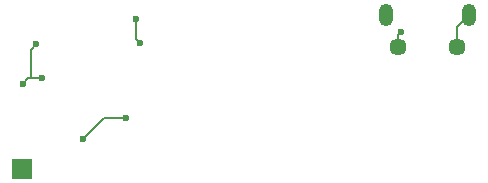
<source format=gbr>
%TF.GenerationSoftware,KiCad,Pcbnew,8.0.6*%
%TF.CreationDate,2025-05-11T15:10:04-04:00*%
%TF.ProjectId,logicprobetool,6c6f6769-6370-4726-9f62-65746f6f6c2e,rev?*%
%TF.SameCoordinates,Original*%
%TF.FileFunction,Copper,L2,Bot*%
%TF.FilePolarity,Positive*%
%FSLAX46Y46*%
G04 Gerber Fmt 4.6, Leading zero omitted, Abs format (unit mm)*
G04 Created by KiCad (PCBNEW 8.0.6) date 2025-05-11 15:10:04*
%MOMM*%
%LPD*%
G01*
G04 APERTURE LIST*
%TA.AperFunction,ComponentPad*%
%ADD10O,1.200000X1.900000*%
%TD*%
%TA.AperFunction,ComponentPad*%
%ADD11C,1.450000*%
%TD*%
%TA.AperFunction,ComponentPad*%
%ADD12R,1.700000X1.700000*%
%TD*%
%TA.AperFunction,ViaPad*%
%ADD13C,0.600000*%
%TD*%
%TA.AperFunction,Conductor*%
%ADD14C,0.200000*%
%TD*%
G04 APERTURE END LIST*
D10*
%TO.P,J1,6,Shield*%
%TO.N,/GND*%
X82256000Y-27254200D03*
D11*
X81256000Y-29954200D03*
X76256000Y-29954200D03*
D10*
X75256000Y-27254200D03*
%TD*%
D12*
%TO.P,J2,1,Pin_1*%
%TO.N,Net-(J2-Pin_1)*%
X44373800Y-40259000D03*
%TD*%
D13*
%TO.N,/GND*%
X76530200Y-28702000D03*
X45618400Y-29718000D03*
X46116800Y-32588200D03*
X44450000Y-33070800D03*
%TO.N,/+5V*%
X54356000Y-29616400D03*
X54051200Y-27609800D03*
%TO.N,Net-(J2-Pin_1)*%
X53187600Y-36017200D03*
X49580800Y-37744400D03*
%TD*%
D14*
%TO.N,/GND*%
X76256000Y-28976200D02*
X76530200Y-28702000D01*
X76256000Y-29954200D02*
X76256000Y-28976200D01*
X81256000Y-28254200D02*
X82256000Y-27254200D01*
X81256000Y-29954200D02*
X81256000Y-28254200D01*
X45135800Y-30200600D02*
X45618400Y-29718000D01*
X45135800Y-32588200D02*
X44932600Y-32588200D01*
X45135800Y-32588200D02*
X45135800Y-30200600D01*
X46116800Y-32588200D02*
X45135800Y-32588200D01*
X44932600Y-32588200D02*
X44450000Y-33070800D01*
%TO.N,/+5V*%
X54051200Y-29311600D02*
X54051200Y-27609800D01*
X54356000Y-29616400D02*
X54051200Y-29311600D01*
%TO.N,Net-(J2-Pin_1)*%
X49580800Y-37744400D02*
X51308000Y-36017200D01*
X51308000Y-36017200D02*
X53187600Y-36017200D01*
%TD*%
M02*

</source>
